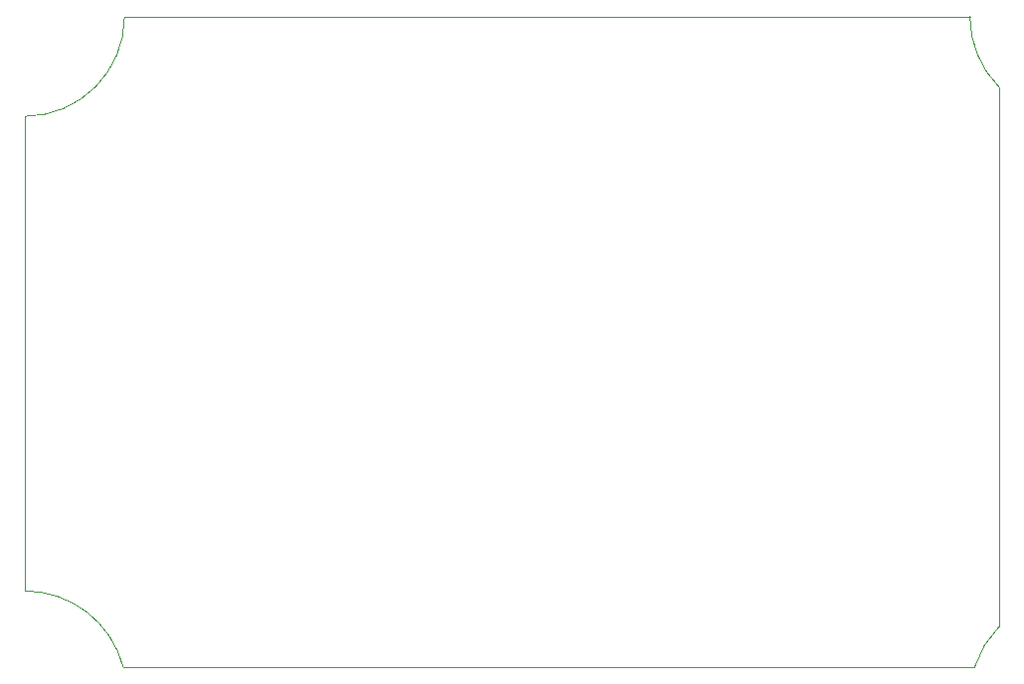
<source format=gbr>
%TF.GenerationSoftware,KiCad,Pcbnew,(5.1.8-0-10_14)*%
%TF.CreationDate,2020-12-03T14:34:03+01:00*%
%TF.ProjectId,SH-ESP32-PowerFET,53482d45-5350-4333-922d-506f77657246,0.1.0*%
%TF.SameCoordinates,Original*%
%TF.FileFunction,Paste,Bot*%
%TF.FilePolarity,Positive*%
%FSLAX46Y46*%
G04 Gerber Fmt 4.6, Leading zero omitted, Abs format (unit mm)*
G04 Created by KiCad (PCBNEW (5.1.8-0-10_14)) date 2020-12-03 14:34:03*
%MOMM*%
%LPD*%
G01*
G04 APERTURE LIST*
%TA.AperFunction,Profile*%
%ADD10C,0.050000*%
%TD*%
G04 APERTURE END LIST*
D10*
X89000000Y-105978147D02*
G75*
G02*
X97400000Y-112500000I0J-8670432D01*
G01*
X97400000Y-112500000D02*
X127000000Y-112500000D01*
X89000000Y-103000000D02*
X89000000Y-105978147D01*
X153000000Y-112500000D02*
X169891435Y-112499765D01*
X171989592Y-63010408D02*
X172000000Y-109000000D01*
X153000000Y-112500000D02*
X153000000Y-112500000D01*
X127000000Y-112500000D02*
X153000000Y-112500000D01*
X169891436Y-112499765D02*
G75*
G02*
X172000000Y-109000000I8108564J-2500235D01*
G01*
X171989592Y-63010408D02*
G75*
G02*
X169500000Y-57000000I6010408J6010408D01*
G01*
X97500000Y-57000000D02*
G75*
G02*
X89000000Y-65500000I-8500000J0D01*
G01*
X169500000Y-57000000D02*
X97500000Y-57000000D01*
X89000000Y-65500000D02*
X89000000Y-103000000D01*
M02*

</source>
